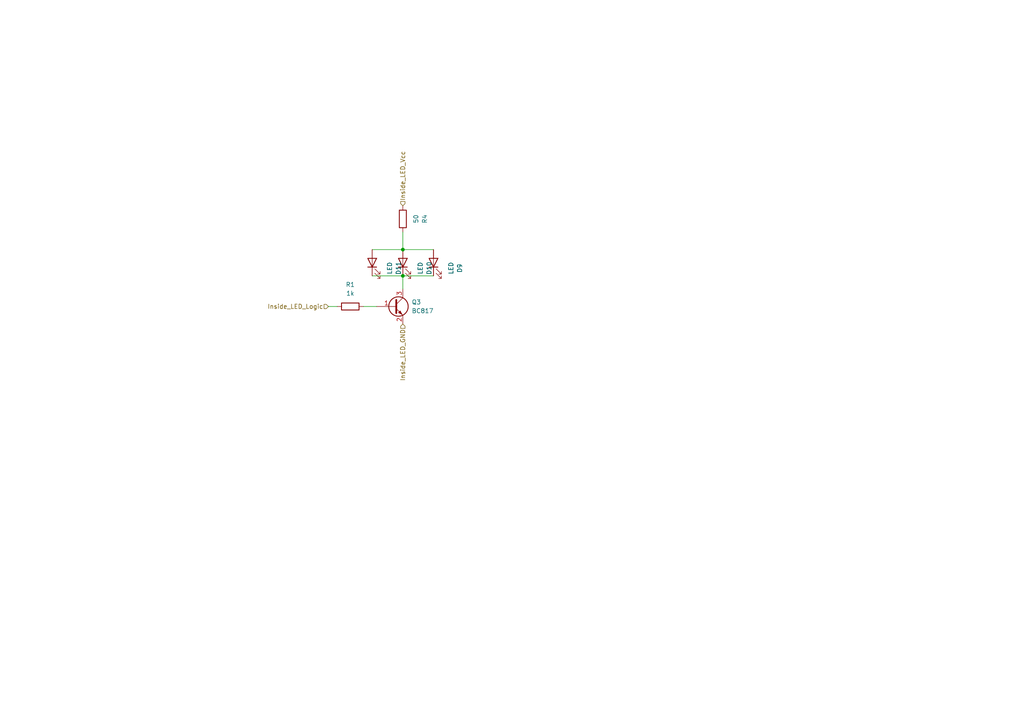
<source format=kicad_sch>
(kicad_sch (version 20231120) (generator "eeschema") (generator_version "8.0")
  (paper "A4")
  (lib_symbols
    (symbol "Device:LED" (pin_numbers hide) (pin_names (offset 1.016) hide)
      (property "Reference" "D" (at 0 2.54 0))
      (property "Value" "LED" (at 0 -2.54 0))
      (symbol "LED_0_1"
        (polyline (pts (xy -1.27 -1.27) (xy -1.27 1.27)) (stroke (width 0.254)))
        (polyline (pts (xy -1.27 0) (xy 1.27 0)))
        (polyline (pts (xy 1.27 -1.27) (xy 1.27 1.27) (xy -1.27 0) (xy 1.27 -1.27)) (stroke (width 0.254)))
        (polyline (pts (xy -3.048 -0.762) (xy -4.572 -2.286) (xy -3.81 -2.286) (xy -4.572 -2.286) (xy -4.572 -1.524)))
        (polyline (pts (xy -1.778 -0.762) (xy -3.302 -2.286) (xy -2.54 -2.286) (xy -3.302 -2.286) (xy -3.302 -1.524)))
      )
      (symbol "LED_1_1"
        (pin passive line (at -3.81 0 0) (length 2.54) (name "K") (number "1"))
        (pin passive line (at 3.81 0 180) (length 2.54) (name "A") (number "2"))
      )
    )
    (symbol "Device:R" (pin_numbers hide) (pin_names (offset 0))
      (property "Reference" "R" (at 2.032 0 90))
      (property "Value" "R" (at 0 0 90))
      (symbol "R_0_1"
        (rectangle (start -1.016 -2.54) (end 1.016 2.54) (stroke (width 0.254)))
      )
      (symbol "R_1_1"
        (pin passive line (at 0 3.81 270) (length 1.27) (name "~") (number "1"))
        (pin passive line (at 0 -3.81 90) (length 1.27) (name "~") (number "2"))
      )
    )
    (symbol "Transistor_BJT:BC817" (pin_names (offset 0) hide)
      (property "Reference" "Q" (at 5.08 1.905 0))
      (property "Value" "BC817" (at 5.08 0 0))
      (symbol "BC817_0_1"
        (polyline (pts (xy 0.635 0.635) (xy 2.54 2.54)))
        (polyline (pts (xy 0.635 -0.635) (xy 2.54 -2.54) (xy 2.54 -2.54)))
        (polyline (pts (xy 0.635 1.905) (xy 0.635 -1.905) (xy 0.635 -1.905)) (stroke (width 0.508)))
        (polyline (pts (xy 1.27 -1.778) (xy 1.778 -1.27) (xy 2.286 -2.286) (xy 1.27 -1.778) (xy 1.27 -1.778)) (fill (type outline)))
        (circle (center 1.27 0) (radius 2.8194) (stroke (width 0.254)))
      )
      (symbol "BC817_1_1"
        (pin input line (at -5.08 0 0) (length 5.715) (name "B") (number "1"))
        (pin passive line (at 2.54 -5.08 90) (length 2.54) (name "E") (number "2"))
        (pin passive line (at 2.54 5.08 270) (length 2.54) (name "C") (number "3"))
      )
    )
  )
  (junction (at 116.84 80.01))
  (junction (at 116.84 72.39))
  (wire (pts (xy 116.84 80.01) (xy 107.95 80.01)))
  (wire (pts (xy 95.25 88.9) (xy 97.79 88.9)))
  (wire (pts (xy 125.73 80.01) (xy 116.84 80.01)))
  (wire (pts (xy 116.84 80.01) (xy 116.84 83.82)))
  (wire (pts (xy 116.84 72.39) (xy 107.95 72.39)))
  (wire (pts (xy 105.41 88.9) (xy 109.22 88.9)))
  (wire (pts (xy 116.84 67.31) (xy 116.84 72.39)))
  (wire (pts (xy 125.73 72.39) (xy 116.84 72.39)))
  (hierarchical_label "Inside_LED_Logic" (shape input) (at 95.25 88.9 180))
  (hierarchical_label "Inside_LED_Vcc" (shape input) (at 116.84 59.69 90))
  (hierarchical_label "Inside_LED_GND" (shape input) (at 116.84 93.98 270))
  (symbol (lib_id "Device:LED") (at 116.84 76.2 90) (unit 1)
    (property "Reference" "D10" (at 124.46 77.7875 0))
    (property "Value" "LED" (at 121.92 77.7875 0))
    (property "Footprint" "Custom_LED:LED_5050" (effects (hide yes)))
    (property "Description" "Light emitting diode" (effects (hide yes)))
  )
  (symbol (lib_id "Device:LED") (at 107.95 76.2 90) (unit 1)
    (property "Reference" "D11" (at 115.57 77.7875 0))
    (property "Value" "LED" (at 113.03 77.7875 0))
    (property "Footprint" "Custom_LED:LED_5050" (effects (hide yes)))
    (property "Description" "Light emitting diode" (effects (hide yes)))
  )
  (symbol (lib_id "Transistor_BJT:BC817") (at 114.3 88.9 0) (unit 1)
    (property "Reference" "Q3" (at 119.38 87.6299 0) (effects (justify left)))
    (property "Value" "BC817" (at 119.38 90.1699 0) (effects (justify left)))
    (property "Footprint" "Package_TO_SOT_SMD:SOT-23" (effects (hide yes)))
    (property "Datasheet" "https://www.onsemi.com/pub/Collateral/BC818-D.pdf" (effects (hide yes)))
    (property "Description" "0.8A Ic, 45V Vce, NPN Transistor, SOT-23" (effects (hide yes)))
  )
  (symbol (lib_id "Device:LED") (at 125.73 76.2 90) (unit 1)
    (property "Reference" "D9" (at 133.35 77.7875 0))
    (property "Value" "LED" (at 130.81 77.7875 0))
    (property "Footprint" "Custom_LED:LED_5050" (effects (hide yes)))
    (property "Description" "Light emitting diode" (effects (hide yes)))
  )
  (symbol (lib_id "Device:R") (at 116.84 63.5 0) (unit 1)
    (property "Reference" "R4" (at 123.19 63.5 90))
    (property "Value" "50" (at 120.65 63.5 90))
    (property "Footprint" "Resistor_SMD:R_1206_3216Metric" (effects (hide yes)))
    (property "Description" "Resistor" (effects (hide yes)))
  )
  (symbol (lib_id "Device:R") (at 101.6 88.9 90) (unit 1)
    (property "Reference" "R1" (at 101.6 82.55 90))
    (property "Value" "1k" (at 101.6 85.09 90))
    (property "Footprint" "Resistor_SMD:R_0603_1608Metric" (effects (hide yes)))
    (property "Description" "Resistor" (effects (hide yes)))
  )
)
</source>
